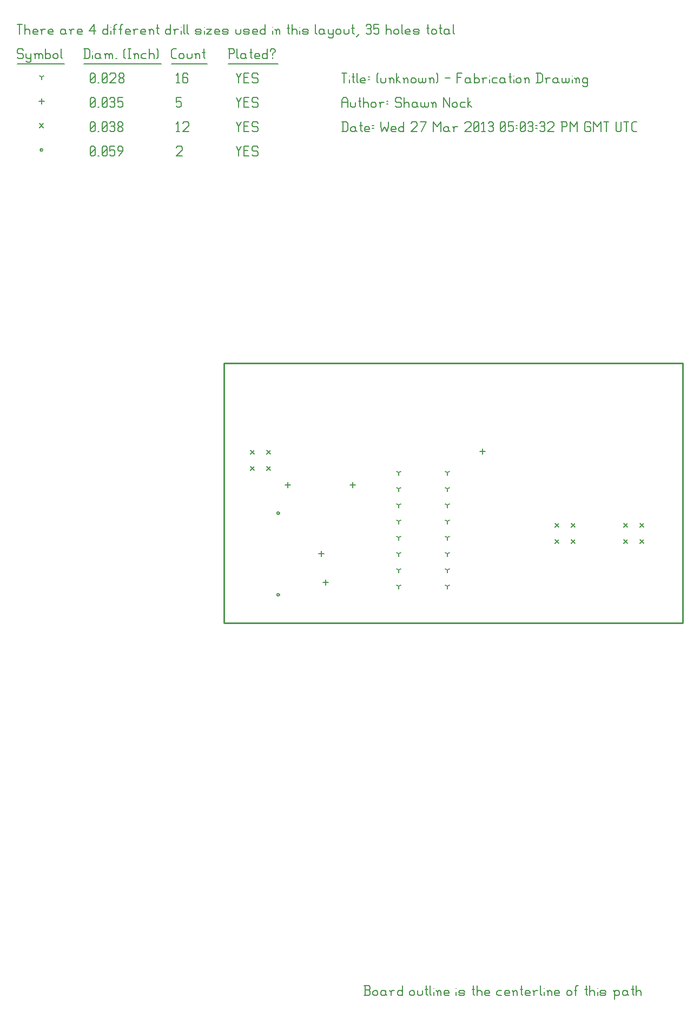
<source format=gbr>
G04 start of page 12 for group -3984 idx -3984 *
G04 Title: (unknown), fab *
G04 Creator: pcb 1.99z *
G04 CreationDate: Wed 27 Mar 2013 05:03:32 PM GMT UTC *
G04 For: nock *
G04 Format: Gerber/RS-274X *
G04 PCB-Dimensions (mil): 6000.00 5000.00 *
G04 PCB-Coordinate-Origin: lower left *
%MOIN*%
%FSLAX25Y25*%
%LNFAB*%
%ADD57C,0.0100*%
%ADD56C,0.0075*%
%ADD55C,0.0060*%
%ADD54R,0.0080X0.0080*%
G54D54*X160000Y287500D02*G75*G03X161600Y287500I800J0D01*G01*
G75*G03X160000Y287500I-800J0D01*G01*
Y237300D02*G75*G03X161600Y237300I800J0D01*G01*
G75*G03X160000Y237300I-800J0D01*G01*
X14200Y511250D02*G75*G03X15800Y511250I800J0D01*G01*
G75*G03X14200Y511250I-800J0D01*G01*
G54D55*X135000Y513500D02*X136500Y510500D01*
X138000Y513500D01*
X136500Y510500D02*Y507500D01*
X139800Y510800D02*X142050D01*
X139800Y507500D02*X142800D01*
X139800Y513500D02*Y507500D01*
Y513500D02*X142800D01*
X147600D02*X148350Y512750D01*
X145350Y513500D02*X147600D01*
X144600Y512750D02*X145350Y513500D01*
X144600Y512750D02*Y511250D01*
X145350Y510500D01*
X147600D01*
X148350Y509750D01*
Y508250D01*
X147600Y507500D02*X148350Y508250D01*
X145350Y507500D02*X147600D01*
X144600Y508250D02*X145350Y507500D01*
X98000Y512750D02*X98750Y513500D01*
X101000D01*
X101750Y512750D01*
Y511250D01*
X98000Y507500D02*X101750Y511250D01*
X98000Y507500D02*X101750D01*
X45000Y508250D02*X45750Y507500D01*
X45000Y512750D02*Y508250D01*
Y512750D02*X45750Y513500D01*
X47250D01*
X48000Y512750D01*
Y508250D01*
X47250Y507500D02*X48000Y508250D01*
X45750Y507500D02*X47250D01*
X45000Y509000D02*X48000Y512000D01*
X49800Y507500D02*X50550D01*
X52350Y508250D02*X53100Y507500D01*
X52350Y512750D02*Y508250D01*
Y512750D02*X53100Y513500D01*
X54600D01*
X55350Y512750D01*
Y508250D01*
X54600Y507500D02*X55350Y508250D01*
X53100Y507500D02*X54600D01*
X52350Y509000D02*X55350Y512000D01*
X57150Y513500D02*X60150D01*
X57150D02*Y510500D01*
X57900Y511250D01*
X59400D01*
X60150Y510500D01*
Y508250D01*
X59400Y507500D02*X60150Y508250D01*
X57900Y507500D02*X59400D01*
X57150Y508250D02*X57900Y507500D01*
X62700D02*X64950Y510500D01*
Y512750D02*Y510500D01*
X64200Y513500D02*X64950Y512750D01*
X62700Y513500D02*X64200D01*
X61950Y512750D02*X62700Y513500D01*
X61950Y512750D02*Y511250D01*
X62700Y510500D01*
X64950D01*
X153800Y326200D02*X156200Y323800D01*
X153800D02*X156200Y326200D01*
X143800D02*X146200Y323800D01*
X143800D02*X146200Y326200D01*
X143800Y316200D02*X146200Y313800D01*
X143800D02*X146200Y316200D01*
X153800D02*X156200Y313800D01*
X153800D02*X156200Y316200D01*
X331300Y281200D02*X333700Y278800D01*
X331300D02*X333700Y281200D01*
X331300Y271200D02*X333700Y268800D01*
X331300D02*X333700Y271200D01*
X341300D02*X343700Y268800D01*
X341300D02*X343700Y271200D01*
X341300Y281200D02*X343700Y278800D01*
X341300D02*X343700Y281200D01*
X383800Y271200D02*X386200Y268800D01*
X383800D02*X386200Y271200D01*
X383800Y281200D02*X386200Y278800D01*
X383800D02*X386200Y281200D01*
X373800D02*X376200Y278800D01*
X373800D02*X376200Y281200D01*
X373800Y271200D02*X376200Y268800D01*
X373800D02*X376200Y271200D01*
X13800Y527450D02*X16200Y525050D01*
X13800D02*X16200Y527450D01*
X135000Y528500D02*X136500Y525500D01*
X138000Y528500D01*
X136500Y525500D02*Y522500D01*
X139800Y525800D02*X142050D01*
X139800Y522500D02*X142800D01*
X139800Y528500D02*Y522500D01*
Y528500D02*X142800D01*
X147600D02*X148350Y527750D01*
X145350Y528500D02*X147600D01*
X144600Y527750D02*X145350Y528500D01*
X144600Y527750D02*Y526250D01*
X145350Y525500D01*
X147600D01*
X148350Y524750D01*
Y523250D01*
X147600Y522500D02*X148350Y523250D01*
X145350Y522500D02*X147600D01*
X144600Y523250D02*X145350Y522500D01*
X98000Y527300D02*X99200Y528500D01*
Y522500D01*
X98000D02*X100250D01*
X102050Y527750D02*X102800Y528500D01*
X105050D01*
X105800Y527750D01*
Y526250D01*
X102050Y522500D02*X105800Y526250D01*
X102050Y522500D02*X105800D01*
X45000Y523250D02*X45750Y522500D01*
X45000Y527750D02*Y523250D01*
Y527750D02*X45750Y528500D01*
X47250D01*
X48000Y527750D01*
Y523250D01*
X47250Y522500D02*X48000Y523250D01*
X45750Y522500D02*X47250D01*
X45000Y524000D02*X48000Y527000D01*
X49800Y522500D02*X50550D01*
X52350Y523250D02*X53100Y522500D01*
X52350Y527750D02*Y523250D01*
Y527750D02*X53100Y528500D01*
X54600D01*
X55350Y527750D01*
Y523250D01*
X54600Y522500D02*X55350Y523250D01*
X53100Y522500D02*X54600D01*
X52350Y524000D02*X55350Y527000D01*
X57150Y527750D02*X57900Y528500D01*
X59400D01*
X60150Y527750D01*
X59400Y522500D02*X60150Y523250D01*
X57900Y522500D02*X59400D01*
X57150Y523250D02*X57900Y522500D01*
Y525800D02*X59400D01*
X60150Y527750D02*Y526550D01*
Y525050D02*Y523250D01*
Y525050D02*X59400Y525800D01*
X60150Y526550D02*X59400Y525800D01*
X61950Y523250D02*X62700Y522500D01*
X61950Y524450D02*Y523250D01*
Y524450D02*X63000Y525500D01*
X63900D01*
X64950Y524450D01*
Y523250D01*
X64200Y522500D02*X64950Y523250D01*
X62700Y522500D02*X64200D01*
X61950Y526550D02*X63000Y525500D01*
X61950Y527750D02*Y526550D01*
Y527750D02*X62700Y528500D01*
X64200D01*
X64950Y527750D01*
Y526550D01*
X63900Y525500D02*X64950Y526550D01*
X190000Y246600D02*Y243400D01*
X188400Y245000D02*X191600D01*
X187500Y264100D02*Y260900D01*
X185900Y262500D02*X189100D01*
X206810Y306600D02*Y303400D01*
X205210Y305000D02*X208410D01*
X166810Y306600D02*Y303400D01*
X165210Y305000D02*X168410D01*
X286810Y327290D02*Y324090D01*
X285210Y325690D02*X288410D01*
X15000Y542850D02*Y539650D01*
X13400Y541250D02*X16600D01*
X135000Y543500D02*X136500Y540500D01*
X138000Y543500D01*
X136500Y540500D02*Y537500D01*
X139800Y540800D02*X142050D01*
X139800Y537500D02*X142800D01*
X139800Y543500D02*Y537500D01*
Y543500D02*X142800D01*
X147600D02*X148350Y542750D01*
X145350Y543500D02*X147600D01*
X144600Y542750D02*X145350Y543500D01*
X144600Y542750D02*Y541250D01*
X145350Y540500D01*
X147600D01*
X148350Y539750D01*
Y538250D01*
X147600Y537500D02*X148350Y538250D01*
X145350Y537500D02*X147600D01*
X144600Y538250D02*X145350Y537500D01*
X98000Y543500D02*X101000D01*
X98000D02*Y540500D01*
X98750Y541250D01*
X100250D01*
X101000Y540500D01*
Y538250D01*
X100250Y537500D02*X101000Y538250D01*
X98750Y537500D02*X100250D01*
X98000Y538250D02*X98750Y537500D01*
X45000Y538250D02*X45750Y537500D01*
X45000Y542750D02*Y538250D01*
Y542750D02*X45750Y543500D01*
X47250D01*
X48000Y542750D01*
Y538250D01*
X47250Y537500D02*X48000Y538250D01*
X45750Y537500D02*X47250D01*
X45000Y539000D02*X48000Y542000D01*
X49800Y537500D02*X50550D01*
X52350Y538250D02*X53100Y537500D01*
X52350Y542750D02*Y538250D01*
Y542750D02*X53100Y543500D01*
X54600D01*
X55350Y542750D01*
Y538250D01*
X54600Y537500D02*X55350Y538250D01*
X53100Y537500D02*X54600D01*
X52350Y539000D02*X55350Y542000D01*
X57150Y542750D02*X57900Y543500D01*
X59400D01*
X60150Y542750D01*
X59400Y537500D02*X60150Y538250D01*
X57900Y537500D02*X59400D01*
X57150Y538250D02*X57900Y537500D01*
Y540800D02*X59400D01*
X60150Y542750D02*Y541550D01*
Y540050D02*Y538250D01*
Y540050D02*X59400Y540800D01*
X60150Y541550D02*X59400Y540800D01*
X61950Y543500D02*X64950D01*
X61950D02*Y540500D01*
X62700Y541250D01*
X64200D01*
X64950Y540500D01*
Y538250D01*
X64200Y537500D02*X64950Y538250D01*
X62700Y537500D02*X64200D01*
X61950Y538250D02*X62700Y537500D01*
X265000Y242500D02*Y240900D01*
Y242500D02*X266387Y243300D01*
X265000Y242500D02*X263613Y243300D01*
X265000Y252500D02*Y250900D01*
Y252500D02*X266387Y253300D01*
X265000Y252500D02*X263613Y253300D01*
X265000Y262500D02*Y260900D01*
Y262500D02*X266387Y263300D01*
X265000Y262500D02*X263613Y263300D01*
X265000Y272500D02*Y270900D01*
Y272500D02*X266387Y273300D01*
X265000Y272500D02*X263613Y273300D01*
X265000Y282500D02*Y280900D01*
Y282500D02*X266387Y283300D01*
X265000Y282500D02*X263613Y283300D01*
X265000Y292500D02*Y290900D01*
Y292500D02*X266387Y293300D01*
X265000Y292500D02*X263613Y293300D01*
X265000Y302500D02*Y300900D01*
Y302500D02*X266387Y303300D01*
X265000Y302500D02*X263613Y303300D01*
X265000Y312500D02*Y310900D01*
Y312500D02*X266387Y313300D01*
X265000Y312500D02*X263613Y313300D01*
X235000Y312500D02*Y310900D01*
Y312500D02*X236387Y313300D01*
X235000Y312500D02*X233613Y313300D01*
X235000Y302500D02*Y300900D01*
Y302500D02*X236387Y303300D01*
X235000Y302500D02*X233613Y303300D01*
X235000Y292500D02*Y290900D01*
Y292500D02*X236387Y293300D01*
X235000Y292500D02*X233613Y293300D01*
X235000Y282500D02*Y280900D01*
Y282500D02*X236387Y283300D01*
X235000Y282500D02*X233613Y283300D01*
X235000Y272500D02*Y270900D01*
Y272500D02*X236387Y273300D01*
X235000Y272500D02*X233613Y273300D01*
X235000Y262500D02*Y260900D01*
Y262500D02*X236387Y263300D01*
X235000Y262500D02*X233613Y263300D01*
X235000Y252500D02*Y250900D01*
Y252500D02*X236387Y253300D01*
X235000Y252500D02*X233613Y253300D01*
X235000Y242500D02*Y240900D01*
Y242500D02*X236387Y243300D01*
X235000Y242500D02*X233613Y243300D01*
X15000Y556250D02*Y554650D01*
Y556250D02*X16387Y557050D01*
X15000Y556250D02*X13613Y557050D01*
X135000Y558500D02*X136500Y555500D01*
X138000Y558500D01*
X136500Y555500D02*Y552500D01*
X139800Y555800D02*X142050D01*
X139800Y552500D02*X142800D01*
X139800Y558500D02*Y552500D01*
Y558500D02*X142800D01*
X147600D02*X148350Y557750D01*
X145350Y558500D02*X147600D01*
X144600Y557750D02*X145350Y558500D01*
X144600Y557750D02*Y556250D01*
X145350Y555500D01*
X147600D01*
X148350Y554750D01*
Y553250D01*
X147600Y552500D02*X148350Y553250D01*
X145350Y552500D02*X147600D01*
X144600Y553250D02*X145350Y552500D01*
X98000Y557300D02*X99200Y558500D01*
Y552500D01*
X98000D02*X100250D01*
X104300Y558500D02*X105050Y557750D01*
X102800Y558500D02*X104300D01*
X102050Y557750D02*X102800Y558500D01*
X102050Y557750D02*Y553250D01*
X102800Y552500D01*
X104300Y555800D02*X105050Y555050D01*
X102050Y555800D02*X104300D01*
X102800Y552500D02*X104300D01*
X105050Y553250D01*
Y555050D02*Y553250D01*
X45000D02*X45750Y552500D01*
X45000Y557750D02*Y553250D01*
Y557750D02*X45750Y558500D01*
X47250D01*
X48000Y557750D01*
Y553250D01*
X47250Y552500D02*X48000Y553250D01*
X45750Y552500D02*X47250D01*
X45000Y554000D02*X48000Y557000D01*
X49800Y552500D02*X50550D01*
X52350Y553250D02*X53100Y552500D01*
X52350Y557750D02*Y553250D01*
Y557750D02*X53100Y558500D01*
X54600D01*
X55350Y557750D01*
Y553250D01*
X54600Y552500D02*X55350Y553250D01*
X53100Y552500D02*X54600D01*
X52350Y554000D02*X55350Y557000D01*
X57150Y557750D02*X57900Y558500D01*
X60150D01*
X60900Y557750D01*
Y556250D01*
X57150Y552500D02*X60900Y556250D01*
X57150Y552500D02*X60900D01*
X62700Y553250D02*X63450Y552500D01*
X62700Y554450D02*Y553250D01*
Y554450D02*X63750Y555500D01*
X64650D01*
X65700Y554450D01*
Y553250D01*
X64950Y552500D02*X65700Y553250D01*
X63450Y552500D02*X64950D01*
X62700Y556550D02*X63750Y555500D01*
X62700Y557750D02*Y556550D01*
Y557750D02*X63450Y558500D01*
X64950D01*
X65700Y557750D01*
Y556550D01*
X64650Y555500D02*X65700Y556550D01*
X3000Y573500D02*X3750Y572750D01*
X750Y573500D02*X3000D01*
X0Y572750D02*X750Y573500D01*
X0Y572750D02*Y571250D01*
X750Y570500D01*
X3000D01*
X3750Y569750D01*
Y568250D01*
X3000Y567500D02*X3750Y568250D01*
X750Y567500D02*X3000D01*
X0Y568250D02*X750Y567500D01*
X5550Y570500D02*Y568250D01*
X6300Y567500D01*
X8550Y570500D02*Y566000D01*
X7800Y565250D02*X8550Y566000D01*
X6300Y565250D02*X7800D01*
X5550Y566000D02*X6300Y565250D01*
Y567500D02*X7800D01*
X8550Y568250D01*
X11100Y569750D02*Y567500D01*
Y569750D02*X11850Y570500D01*
X12600D01*
X13350Y569750D01*
Y567500D01*
Y569750D02*X14100Y570500D01*
X14850D01*
X15600Y569750D01*
Y567500D01*
X10350Y570500D02*X11100Y569750D01*
X17400Y573500D02*Y567500D01*
Y568250D02*X18150Y567500D01*
X19650D01*
X20400Y568250D01*
Y569750D02*Y568250D01*
X19650Y570500D02*X20400Y569750D01*
X18150Y570500D02*X19650D01*
X17400Y569750D02*X18150Y570500D01*
X22200Y569750D02*Y568250D01*
Y569750D02*X22950Y570500D01*
X24450D01*
X25200Y569750D01*
Y568250D01*
X24450Y567500D02*X25200Y568250D01*
X22950Y567500D02*X24450D01*
X22200Y568250D02*X22950Y567500D01*
X27000Y573500D02*Y568250D01*
X27750Y567500D01*
X0Y564250D02*X29250D01*
X41750Y573500D02*Y567500D01*
X43700Y573500D02*X44750Y572450D01*
Y568550D01*
X43700Y567500D02*X44750Y568550D01*
X41000Y567500D02*X43700D01*
X41000Y573500D02*X43700D01*
G54D56*X46550Y572000D02*Y571850D01*
G54D55*Y569750D02*Y567500D01*
X50300Y570500D02*X51050Y569750D01*
X48800Y570500D02*X50300D01*
X48050Y569750D02*X48800Y570500D01*
X48050Y569750D02*Y568250D01*
X48800Y567500D01*
X51050Y570500D02*Y568250D01*
X51800Y567500D01*
X48800D02*X50300D01*
X51050Y568250D01*
X54350Y569750D02*Y567500D01*
Y569750D02*X55100Y570500D01*
X55850D01*
X56600Y569750D01*
Y567500D01*
Y569750D02*X57350Y570500D01*
X58100D01*
X58850Y569750D01*
Y567500D01*
X53600Y570500D02*X54350Y569750D01*
X60650Y567500D02*X61400D01*
X65900Y568250D02*X66650Y567500D01*
X65900Y572750D02*X66650Y573500D01*
X65900Y572750D02*Y568250D01*
X68450Y573500D02*X69950D01*
X69200D02*Y567500D01*
X68450D02*X69950D01*
X72500Y569750D02*Y567500D01*
Y569750D02*X73250Y570500D01*
X74000D01*
X74750Y569750D01*
Y567500D01*
X71750Y570500D02*X72500Y569750D01*
X77300Y570500D02*X79550D01*
X76550Y569750D02*X77300Y570500D01*
X76550Y569750D02*Y568250D01*
X77300Y567500D01*
X79550D01*
X81350Y573500D02*Y567500D01*
Y569750D02*X82100Y570500D01*
X83600D01*
X84350Y569750D01*
Y567500D01*
X86150Y573500D02*X86900Y572750D01*
Y568250D01*
X86150Y567500D02*X86900Y568250D01*
X41000Y564250D02*X88700D01*
X96050Y567500D02*X98000D01*
X95000Y568550D02*X96050Y567500D01*
X95000Y572450D02*Y568550D01*
Y572450D02*X96050Y573500D01*
X98000D01*
X99800Y569750D02*Y568250D01*
Y569750D02*X100550Y570500D01*
X102050D01*
X102800Y569750D01*
Y568250D01*
X102050Y567500D02*X102800Y568250D01*
X100550Y567500D02*X102050D01*
X99800Y568250D02*X100550Y567500D01*
X104600Y570500D02*Y568250D01*
X105350Y567500D01*
X106850D01*
X107600Y568250D01*
Y570500D02*Y568250D01*
X110150Y569750D02*Y567500D01*
Y569750D02*X110900Y570500D01*
X111650D01*
X112400Y569750D01*
Y567500D01*
X109400Y570500D02*X110150Y569750D01*
X114950Y573500D02*Y568250D01*
X115700Y567500D01*
X114200Y571250D02*X115700D01*
X95000Y564250D02*X117200D01*
X130750Y573500D02*Y567500D01*
X130000Y573500D02*X133000D01*
X133750Y572750D01*
Y571250D01*
X133000Y570500D02*X133750Y571250D01*
X130750Y570500D02*X133000D01*
X135550Y573500D02*Y568250D01*
X136300Y567500D01*
X140050Y570500D02*X140800Y569750D01*
X138550Y570500D02*X140050D01*
X137800Y569750D02*X138550Y570500D01*
X137800Y569750D02*Y568250D01*
X138550Y567500D01*
X140800Y570500D02*Y568250D01*
X141550Y567500D01*
X138550D02*X140050D01*
X140800Y568250D01*
X144100Y573500D02*Y568250D01*
X144850Y567500D01*
X143350Y571250D02*X144850D01*
X147100Y567500D02*X149350D01*
X146350Y568250D02*X147100Y567500D01*
X146350Y569750D02*Y568250D01*
Y569750D02*X147100Y570500D01*
X148600D01*
X149350Y569750D01*
X146350Y569000D02*X149350D01*
Y569750D02*Y569000D01*
X154150Y573500D02*Y567500D01*
X153400D02*X154150Y568250D01*
X151900Y567500D02*X153400D01*
X151150Y568250D02*X151900Y567500D01*
X151150Y569750D02*Y568250D01*
Y569750D02*X151900Y570500D01*
X153400D01*
X154150Y569750D01*
X157450Y570500D02*Y569750D01*
Y568250D02*Y567500D01*
X155950Y572750D02*Y572000D01*
Y572750D02*X156700Y573500D01*
X158200D01*
X158950Y572750D01*
Y572000D01*
X157450Y570500D02*X158950Y572000D01*
X130000Y564250D02*X160750D01*
X0Y588500D02*X3000D01*
X1500D02*Y582500D01*
X4800Y588500D02*Y582500D01*
Y584750D02*X5550Y585500D01*
X7050D01*
X7800Y584750D01*
Y582500D01*
X10350D02*X12600D01*
X9600Y583250D02*X10350Y582500D01*
X9600Y584750D02*Y583250D01*
Y584750D02*X10350Y585500D01*
X11850D01*
X12600Y584750D01*
X9600Y584000D02*X12600D01*
Y584750D02*Y584000D01*
X15150Y584750D02*Y582500D01*
Y584750D02*X15900Y585500D01*
X17400D01*
X14400D02*X15150Y584750D01*
X19950Y582500D02*X22200D01*
X19200Y583250D02*X19950Y582500D01*
X19200Y584750D02*Y583250D01*
Y584750D02*X19950Y585500D01*
X21450D01*
X22200Y584750D01*
X19200Y584000D02*X22200D01*
Y584750D02*Y584000D01*
X28950Y585500D02*X29700Y584750D01*
X27450Y585500D02*X28950D01*
X26700Y584750D02*X27450Y585500D01*
X26700Y584750D02*Y583250D01*
X27450Y582500D01*
X29700Y585500D02*Y583250D01*
X30450Y582500D01*
X27450D02*X28950D01*
X29700Y583250D01*
X33000Y584750D02*Y582500D01*
Y584750D02*X33750Y585500D01*
X35250D01*
X32250D02*X33000Y584750D01*
X37800Y582500D02*X40050D01*
X37050Y583250D02*X37800Y582500D01*
X37050Y584750D02*Y583250D01*
Y584750D02*X37800Y585500D01*
X39300D01*
X40050Y584750D01*
X37050Y584000D02*X40050D01*
Y584750D02*Y584000D01*
X44550Y584750D02*X47550Y588500D01*
X44550Y584750D02*X48300D01*
X47550Y588500D02*Y582500D01*
X55800Y588500D02*Y582500D01*
X55050D02*X55800Y583250D01*
X53550Y582500D02*X55050D01*
X52800Y583250D02*X53550Y582500D01*
X52800Y584750D02*Y583250D01*
Y584750D02*X53550Y585500D01*
X55050D01*
X55800Y584750D01*
G54D56*X57600Y587000D02*Y586850D01*
G54D55*Y584750D02*Y582500D01*
X59850Y587750D02*Y582500D01*
Y587750D02*X60600Y588500D01*
X61350D01*
X59100Y585500D02*X60600D01*
X63600Y587750D02*Y582500D01*
Y587750D02*X64350Y588500D01*
X65100D01*
X62850Y585500D02*X64350D01*
X67350Y582500D02*X69600D01*
X66600Y583250D02*X67350Y582500D01*
X66600Y584750D02*Y583250D01*
Y584750D02*X67350Y585500D01*
X68850D01*
X69600Y584750D01*
X66600Y584000D02*X69600D01*
Y584750D02*Y584000D01*
X72150Y584750D02*Y582500D01*
Y584750D02*X72900Y585500D01*
X74400D01*
X71400D02*X72150Y584750D01*
X76950Y582500D02*X79200D01*
X76200Y583250D02*X76950Y582500D01*
X76200Y584750D02*Y583250D01*
Y584750D02*X76950Y585500D01*
X78450D01*
X79200Y584750D01*
X76200Y584000D02*X79200D01*
Y584750D02*Y584000D01*
X81750Y584750D02*Y582500D01*
Y584750D02*X82500Y585500D01*
X83250D01*
X84000Y584750D01*
Y582500D01*
X81000Y585500D02*X81750Y584750D01*
X86550Y588500D02*Y583250D01*
X87300Y582500D01*
X85800Y586250D02*X87300D01*
X94500Y588500D02*Y582500D01*
X93750D02*X94500Y583250D01*
X92250Y582500D02*X93750D01*
X91500Y583250D02*X92250Y582500D01*
X91500Y584750D02*Y583250D01*
Y584750D02*X92250Y585500D01*
X93750D01*
X94500Y584750D01*
X97050D02*Y582500D01*
Y584750D02*X97800Y585500D01*
X99300D01*
X96300D02*X97050Y584750D01*
G54D56*X101100Y587000D02*Y586850D01*
G54D55*Y584750D02*Y582500D01*
X102600Y588500D02*Y583250D01*
X103350Y582500D01*
X104850Y588500D02*Y583250D01*
X105600Y582500D01*
X110550D02*X112800D01*
X113550Y583250D01*
X112800Y584000D02*X113550Y583250D01*
X110550Y584000D02*X112800D01*
X109800Y584750D02*X110550Y584000D01*
X109800Y584750D02*X110550Y585500D01*
X112800D01*
X113550Y584750D01*
X109800Y583250D02*X110550Y582500D01*
G54D56*X115350Y587000D02*Y586850D01*
G54D55*Y584750D02*Y582500D01*
X116850Y585500D02*X119850D01*
X116850Y582500D02*X119850Y585500D01*
X116850Y582500D02*X119850D01*
X122400D02*X124650D01*
X121650Y583250D02*X122400Y582500D01*
X121650Y584750D02*Y583250D01*
Y584750D02*X122400Y585500D01*
X123900D01*
X124650Y584750D01*
X121650Y584000D02*X124650D01*
Y584750D02*Y584000D01*
X127200Y582500D02*X129450D01*
X130200Y583250D01*
X129450Y584000D02*X130200Y583250D01*
X127200Y584000D02*X129450D01*
X126450Y584750D02*X127200Y584000D01*
X126450Y584750D02*X127200Y585500D01*
X129450D01*
X130200Y584750D01*
X126450Y583250D02*X127200Y582500D01*
X134700Y585500D02*Y583250D01*
X135450Y582500D01*
X136950D01*
X137700Y583250D01*
Y585500D02*Y583250D01*
X140250Y582500D02*X142500D01*
X143250Y583250D01*
X142500Y584000D02*X143250Y583250D01*
X140250Y584000D02*X142500D01*
X139500Y584750D02*X140250Y584000D01*
X139500Y584750D02*X140250Y585500D01*
X142500D01*
X143250Y584750D01*
X139500Y583250D02*X140250Y582500D01*
X145800D02*X148050D01*
X145050Y583250D02*X145800Y582500D01*
X145050Y584750D02*Y583250D01*
Y584750D02*X145800Y585500D01*
X147300D01*
X148050Y584750D01*
X145050Y584000D02*X148050D01*
Y584750D02*Y584000D01*
X152850Y588500D02*Y582500D01*
X152100D02*X152850Y583250D01*
X150600Y582500D02*X152100D01*
X149850Y583250D02*X150600Y582500D01*
X149850Y584750D02*Y583250D01*
Y584750D02*X150600Y585500D01*
X152100D01*
X152850Y584750D01*
G54D56*X157350Y587000D02*Y586850D01*
G54D55*Y584750D02*Y582500D01*
X159600Y584750D02*Y582500D01*
Y584750D02*X160350Y585500D01*
X161100D01*
X161850Y584750D01*
Y582500D01*
X158850Y585500D02*X159600Y584750D01*
X167100Y588500D02*Y583250D01*
X167850Y582500D01*
X166350Y586250D02*X167850D01*
X169350Y588500D02*Y582500D01*
Y584750D02*X170100Y585500D01*
X171600D01*
X172350Y584750D01*
Y582500D01*
G54D56*X174150Y587000D02*Y586850D01*
G54D55*Y584750D02*Y582500D01*
X176400D02*X178650D01*
X179400Y583250D01*
X178650Y584000D02*X179400Y583250D01*
X176400Y584000D02*X178650D01*
X175650Y584750D02*X176400Y584000D01*
X175650Y584750D02*X176400Y585500D01*
X178650D01*
X179400Y584750D01*
X175650Y583250D02*X176400Y582500D01*
X183900Y588500D02*Y583250D01*
X184650Y582500D01*
X188400Y585500D02*X189150Y584750D01*
X186900Y585500D02*X188400D01*
X186150Y584750D02*X186900Y585500D01*
X186150Y584750D02*Y583250D01*
X186900Y582500D01*
X189150Y585500D02*Y583250D01*
X189900Y582500D01*
X186900D02*X188400D01*
X189150Y583250D01*
X191700Y585500D02*Y583250D01*
X192450Y582500D01*
X194700Y585500D02*Y581000D01*
X193950Y580250D02*X194700Y581000D01*
X192450Y580250D02*X193950D01*
X191700Y581000D02*X192450Y580250D01*
Y582500D02*X193950D01*
X194700Y583250D01*
X196500Y584750D02*Y583250D01*
Y584750D02*X197250Y585500D01*
X198750D01*
X199500Y584750D01*
Y583250D01*
X198750Y582500D02*X199500Y583250D01*
X197250Y582500D02*X198750D01*
X196500Y583250D02*X197250Y582500D01*
X201300Y585500D02*Y583250D01*
X202050Y582500D01*
X203550D01*
X204300Y583250D01*
Y585500D02*Y583250D01*
X206850Y588500D02*Y583250D01*
X207600Y582500D01*
X206100Y586250D02*X207600D01*
X209100Y581000D02*X210600Y582500D01*
X215100Y587750D02*X215850Y588500D01*
X217350D01*
X218100Y587750D01*
X217350Y582500D02*X218100Y583250D01*
X215850Y582500D02*X217350D01*
X215100Y583250D02*X215850Y582500D01*
Y585800D02*X217350D01*
X218100Y587750D02*Y586550D01*
Y585050D02*Y583250D01*
Y585050D02*X217350Y585800D01*
X218100Y586550D02*X217350Y585800D01*
X219900Y588500D02*X222900D01*
X219900D02*Y585500D01*
X220650Y586250D01*
X222150D01*
X222900Y585500D01*
Y583250D01*
X222150Y582500D02*X222900Y583250D01*
X220650Y582500D02*X222150D01*
X219900Y583250D02*X220650Y582500D01*
X227400Y588500D02*Y582500D01*
Y584750D02*X228150Y585500D01*
X229650D01*
X230400Y584750D01*
Y582500D01*
X232200Y584750D02*Y583250D01*
Y584750D02*X232950Y585500D01*
X234450D01*
X235200Y584750D01*
Y583250D01*
X234450Y582500D02*X235200Y583250D01*
X232950Y582500D02*X234450D01*
X232200Y583250D02*X232950Y582500D01*
X237000Y588500D02*Y583250D01*
X237750Y582500D01*
X240000D02*X242250D01*
X239250Y583250D02*X240000Y582500D01*
X239250Y584750D02*Y583250D01*
Y584750D02*X240000Y585500D01*
X241500D01*
X242250Y584750D01*
X239250Y584000D02*X242250D01*
Y584750D02*Y584000D01*
X244800Y582500D02*X247050D01*
X247800Y583250D01*
X247050Y584000D02*X247800Y583250D01*
X244800Y584000D02*X247050D01*
X244050Y584750D02*X244800Y584000D01*
X244050Y584750D02*X244800Y585500D01*
X247050D01*
X247800Y584750D01*
X244050Y583250D02*X244800Y582500D01*
X253050Y588500D02*Y583250D01*
X253800Y582500D01*
X252300Y586250D02*X253800D01*
X255300Y584750D02*Y583250D01*
Y584750D02*X256050Y585500D01*
X257550D01*
X258300Y584750D01*
Y583250D01*
X257550Y582500D02*X258300Y583250D01*
X256050Y582500D02*X257550D01*
X255300Y583250D02*X256050Y582500D01*
X260850Y588500D02*Y583250D01*
X261600Y582500D01*
X260100Y586250D02*X261600D01*
X265350Y585500D02*X266100Y584750D01*
X263850Y585500D02*X265350D01*
X263100Y584750D02*X263850Y585500D01*
X263100Y584750D02*Y583250D01*
X263850Y582500D01*
X266100Y585500D02*Y583250D01*
X266850Y582500D01*
X263850D02*X265350D01*
X266100Y583250D01*
X268650Y588500D02*Y583250D01*
X269400Y582500D01*
G54D57*X410000Y220000D02*Y380000D01*
X127500D02*Y220000D01*
X410000Y380000D02*X127500D01*
Y220000D02*X410000D01*
G54D55*X213675Y-9500D02*X216675D01*
X217425Y-8750D01*
Y-6950D02*Y-8750D01*
X216675Y-6200D02*X217425Y-6950D01*
X214425Y-6200D02*X216675D01*
X214425Y-3500D02*Y-9500D01*
X213675Y-3500D02*X216675D01*
X217425Y-4250D01*
Y-5450D01*
X216675Y-6200D02*X217425Y-5450D01*
X219225Y-7250D02*Y-8750D01*
Y-7250D02*X219975Y-6500D01*
X221475D01*
X222225Y-7250D01*
Y-8750D01*
X221475Y-9500D02*X222225Y-8750D01*
X219975Y-9500D02*X221475D01*
X219225Y-8750D02*X219975Y-9500D01*
X226275Y-6500D02*X227025Y-7250D01*
X224775Y-6500D02*X226275D01*
X224025Y-7250D02*X224775Y-6500D01*
X224025Y-7250D02*Y-8750D01*
X224775Y-9500D01*
X227025Y-6500D02*Y-8750D01*
X227775Y-9500D01*
X224775D02*X226275D01*
X227025Y-8750D01*
X230325Y-7250D02*Y-9500D01*
Y-7250D02*X231075Y-6500D01*
X232575D01*
X229575D02*X230325Y-7250D01*
X237375Y-3500D02*Y-9500D01*
X236625D02*X237375Y-8750D01*
X235125Y-9500D02*X236625D01*
X234375Y-8750D02*X235125Y-9500D01*
X234375Y-7250D02*Y-8750D01*
Y-7250D02*X235125Y-6500D01*
X236625D01*
X237375Y-7250D01*
X241875D02*Y-8750D01*
Y-7250D02*X242625Y-6500D01*
X244125D01*
X244875Y-7250D01*
Y-8750D01*
X244125Y-9500D02*X244875Y-8750D01*
X242625Y-9500D02*X244125D01*
X241875Y-8750D02*X242625Y-9500D01*
X246675Y-6500D02*Y-8750D01*
X247425Y-9500D01*
X248925D01*
X249675Y-8750D01*
Y-6500D02*Y-8750D01*
X252225Y-3500D02*Y-8750D01*
X252975Y-9500D01*
X251475Y-5750D02*X252975D01*
X254475Y-3500D02*Y-8750D01*
X255225Y-9500D01*
G54D56*X256725Y-5000D02*Y-5150D01*
G54D55*Y-7250D02*Y-9500D01*
X258975Y-7250D02*Y-9500D01*
Y-7250D02*X259725Y-6500D01*
X260475D01*
X261225Y-7250D01*
Y-9500D01*
X258225Y-6500D02*X258975Y-7250D01*
X263775Y-9500D02*X266025D01*
X263025Y-8750D02*X263775Y-9500D01*
X263025Y-7250D02*Y-8750D01*
Y-7250D02*X263775Y-6500D01*
X265275D01*
X266025Y-7250D01*
X263025Y-8000D02*X266025D01*
Y-7250D02*Y-8000D01*
G54D56*X270525Y-5000D02*Y-5150D01*
G54D55*Y-7250D02*Y-9500D01*
X272775D02*X275025D01*
X275775Y-8750D01*
X275025Y-8000D02*X275775Y-8750D01*
X272775Y-8000D02*X275025D01*
X272025Y-7250D02*X272775Y-8000D01*
X272025Y-7250D02*X272775Y-6500D01*
X275025D01*
X275775Y-7250D01*
X272025Y-8750D02*X272775Y-9500D01*
X281025Y-3500D02*Y-8750D01*
X281775Y-9500D01*
X280275Y-5750D02*X281775D01*
X283275Y-3500D02*Y-9500D01*
Y-7250D02*X284025Y-6500D01*
X285525D01*
X286275Y-7250D01*
Y-9500D01*
X288825D02*X291075D01*
X288075Y-8750D02*X288825Y-9500D01*
X288075Y-7250D02*Y-8750D01*
Y-7250D02*X288825Y-6500D01*
X290325D01*
X291075Y-7250D01*
X288075Y-8000D02*X291075D01*
Y-7250D02*Y-8000D01*
X296325Y-6500D02*X298575D01*
X295575Y-7250D02*X296325Y-6500D01*
X295575Y-7250D02*Y-8750D01*
X296325Y-9500D01*
X298575D01*
X301125D02*X303375D01*
X300375Y-8750D02*X301125Y-9500D01*
X300375Y-7250D02*Y-8750D01*
Y-7250D02*X301125Y-6500D01*
X302625D01*
X303375Y-7250D01*
X300375Y-8000D02*X303375D01*
Y-7250D02*Y-8000D01*
X305925Y-7250D02*Y-9500D01*
Y-7250D02*X306675Y-6500D01*
X307425D01*
X308175Y-7250D01*
Y-9500D01*
X305175Y-6500D02*X305925Y-7250D01*
X310725Y-3500D02*Y-8750D01*
X311475Y-9500D01*
X309975Y-5750D02*X311475D01*
X313725Y-9500D02*X315975D01*
X312975Y-8750D02*X313725Y-9500D01*
X312975Y-7250D02*Y-8750D01*
Y-7250D02*X313725Y-6500D01*
X315225D01*
X315975Y-7250D01*
X312975Y-8000D02*X315975D01*
Y-7250D02*Y-8000D01*
X318525Y-7250D02*Y-9500D01*
Y-7250D02*X319275Y-6500D01*
X320775D01*
X317775D02*X318525Y-7250D01*
X322575Y-3500D02*Y-8750D01*
X323325Y-9500D01*
G54D56*X324825Y-5000D02*Y-5150D01*
G54D55*Y-7250D02*Y-9500D01*
X327075Y-7250D02*Y-9500D01*
Y-7250D02*X327825Y-6500D01*
X328575D01*
X329325Y-7250D01*
Y-9500D01*
X326325Y-6500D02*X327075Y-7250D01*
X331875Y-9500D02*X334125D01*
X331125Y-8750D02*X331875Y-9500D01*
X331125Y-7250D02*Y-8750D01*
Y-7250D02*X331875Y-6500D01*
X333375D01*
X334125Y-7250D01*
X331125Y-8000D02*X334125D01*
Y-7250D02*Y-8000D01*
X338625Y-7250D02*Y-8750D01*
Y-7250D02*X339375Y-6500D01*
X340875D01*
X341625Y-7250D01*
Y-8750D01*
X340875Y-9500D02*X341625Y-8750D01*
X339375Y-9500D02*X340875D01*
X338625Y-8750D02*X339375Y-9500D01*
X344175Y-4250D02*Y-9500D01*
Y-4250D02*X344925Y-3500D01*
X345675D01*
X343425Y-6500D02*X344925D01*
X350625Y-3500D02*Y-8750D01*
X351375Y-9500D01*
X349875Y-5750D02*X351375D01*
X352875Y-3500D02*Y-9500D01*
Y-7250D02*X353625Y-6500D01*
X355125D01*
X355875Y-7250D01*
Y-9500D01*
G54D56*X357675Y-5000D02*Y-5150D01*
G54D55*Y-7250D02*Y-9500D01*
X359925D02*X362175D01*
X362925Y-8750D01*
X362175Y-8000D02*X362925Y-8750D01*
X359925Y-8000D02*X362175D01*
X359175Y-7250D02*X359925Y-8000D01*
X359175Y-7250D02*X359925Y-6500D01*
X362175D01*
X362925Y-7250D01*
X359175Y-8750D02*X359925Y-9500D01*
X368175Y-7250D02*Y-11750D01*
X367425Y-6500D02*X368175Y-7250D01*
X368925Y-6500D01*
X370425D01*
X371175Y-7250D01*
Y-8750D01*
X370425Y-9500D02*X371175Y-8750D01*
X368925Y-9500D02*X370425D01*
X368175Y-8750D02*X368925Y-9500D01*
X375225Y-6500D02*X375975Y-7250D01*
X373725Y-6500D02*X375225D01*
X372975Y-7250D02*X373725Y-6500D01*
X372975Y-7250D02*Y-8750D01*
X373725Y-9500D01*
X375975Y-6500D02*Y-8750D01*
X376725Y-9500D01*
X373725D02*X375225D01*
X375975Y-8750D01*
X379275Y-3500D02*Y-8750D01*
X380025Y-9500D01*
X378525Y-5750D02*X380025D01*
X381525Y-3500D02*Y-9500D01*
Y-7250D02*X382275Y-6500D01*
X383775D01*
X384525Y-7250D01*
Y-9500D01*
X200750Y528500D02*Y522500D01*
X202700Y528500D02*X203750Y527450D01*
Y523550D01*
X202700Y522500D02*X203750Y523550D01*
X200000Y522500D02*X202700D01*
X200000Y528500D02*X202700D01*
X207800Y525500D02*X208550Y524750D01*
X206300Y525500D02*X207800D01*
X205550Y524750D02*X206300Y525500D01*
X205550Y524750D02*Y523250D01*
X206300Y522500D01*
X208550Y525500D02*Y523250D01*
X209300Y522500D01*
X206300D02*X207800D01*
X208550Y523250D01*
X211850Y528500D02*Y523250D01*
X212600Y522500D01*
X211100Y526250D02*X212600D01*
X214850Y522500D02*X217100D01*
X214100Y523250D02*X214850Y522500D01*
X214100Y524750D02*Y523250D01*
Y524750D02*X214850Y525500D01*
X216350D01*
X217100Y524750D01*
X214100Y524000D02*X217100D01*
Y524750D02*Y524000D01*
X218900Y526250D02*X219650D01*
X218900Y524750D02*X219650D01*
X224150Y528500D02*Y525500D01*
X224900Y522500D01*
X226400Y525500D01*
X227900Y522500D01*
X228650Y525500D01*
Y528500D02*Y525500D01*
X231200Y522500D02*X233450D01*
X230450Y523250D02*X231200Y522500D01*
X230450Y524750D02*Y523250D01*
Y524750D02*X231200Y525500D01*
X232700D01*
X233450Y524750D01*
X230450Y524000D02*X233450D01*
Y524750D02*Y524000D01*
X238250Y528500D02*Y522500D01*
X237500D02*X238250Y523250D01*
X236000Y522500D02*X237500D01*
X235250Y523250D02*X236000Y522500D01*
X235250Y524750D02*Y523250D01*
Y524750D02*X236000Y525500D01*
X237500D01*
X238250Y524750D01*
X242750Y527750D02*X243500Y528500D01*
X245750D01*
X246500Y527750D01*
Y526250D01*
X242750Y522500D02*X246500Y526250D01*
X242750Y522500D02*X246500D01*
X249050D02*X252050Y528500D01*
X248300D02*X252050D01*
X256550D02*Y522500D01*
Y528500D02*X258800Y525500D01*
X261050Y528500D01*
Y522500D01*
X265100Y525500D02*X265850Y524750D01*
X263600Y525500D02*X265100D01*
X262850Y524750D02*X263600Y525500D01*
X262850Y524750D02*Y523250D01*
X263600Y522500D01*
X265850Y525500D02*Y523250D01*
X266600Y522500D01*
X263600D02*X265100D01*
X265850Y523250D01*
X269150Y524750D02*Y522500D01*
Y524750D02*X269900Y525500D01*
X271400D01*
X268400D02*X269150Y524750D01*
X275900Y527750D02*X276650Y528500D01*
X278900D01*
X279650Y527750D01*
Y526250D01*
X275900Y522500D02*X279650Y526250D01*
X275900Y522500D02*X279650D01*
X281450Y523250D02*X282200Y522500D01*
X281450Y527750D02*Y523250D01*
Y527750D02*X282200Y528500D01*
X283700D01*
X284450Y527750D01*
Y523250D01*
X283700Y522500D02*X284450Y523250D01*
X282200Y522500D02*X283700D01*
X281450Y524000D02*X284450Y527000D01*
X286250Y527300D02*X287450Y528500D01*
Y522500D01*
X286250D02*X288500D01*
X290300Y527750D02*X291050Y528500D01*
X292550D01*
X293300Y527750D01*
X292550Y522500D02*X293300Y523250D01*
X291050Y522500D02*X292550D01*
X290300Y523250D02*X291050Y522500D01*
Y525800D02*X292550D01*
X293300Y527750D02*Y526550D01*
Y525050D02*Y523250D01*
Y525050D02*X292550Y525800D01*
X293300Y526550D02*X292550Y525800D01*
X297800Y523250D02*X298550Y522500D01*
X297800Y527750D02*Y523250D01*
Y527750D02*X298550Y528500D01*
X300050D01*
X300800Y527750D01*
Y523250D01*
X300050Y522500D02*X300800Y523250D01*
X298550Y522500D02*X300050D01*
X297800Y524000D02*X300800Y527000D01*
X302600Y528500D02*X305600D01*
X302600D02*Y525500D01*
X303350Y526250D01*
X304850D01*
X305600Y525500D01*
Y523250D01*
X304850Y522500D02*X305600Y523250D01*
X303350Y522500D02*X304850D01*
X302600Y523250D02*X303350Y522500D01*
X307400Y526250D02*X308150D01*
X307400Y524750D02*X308150D01*
X309950Y523250D02*X310700Y522500D01*
X309950Y527750D02*Y523250D01*
Y527750D02*X310700Y528500D01*
X312200D01*
X312950Y527750D01*
Y523250D01*
X312200Y522500D02*X312950Y523250D01*
X310700Y522500D02*X312200D01*
X309950Y524000D02*X312950Y527000D01*
X314750Y527750D02*X315500Y528500D01*
X317000D01*
X317750Y527750D01*
X317000Y522500D02*X317750Y523250D01*
X315500Y522500D02*X317000D01*
X314750Y523250D02*X315500Y522500D01*
Y525800D02*X317000D01*
X317750Y527750D02*Y526550D01*
Y525050D02*Y523250D01*
Y525050D02*X317000Y525800D01*
X317750Y526550D02*X317000Y525800D01*
X319550Y526250D02*X320300D01*
X319550Y524750D02*X320300D01*
X322100Y527750D02*X322850Y528500D01*
X324350D01*
X325100Y527750D01*
X324350Y522500D02*X325100Y523250D01*
X322850Y522500D02*X324350D01*
X322100Y523250D02*X322850Y522500D01*
Y525800D02*X324350D01*
X325100Y527750D02*Y526550D01*
Y525050D02*Y523250D01*
Y525050D02*X324350Y525800D01*
X325100Y526550D02*X324350Y525800D01*
X326900Y527750D02*X327650Y528500D01*
X329900D01*
X330650Y527750D01*
Y526250D01*
X326900Y522500D02*X330650Y526250D01*
X326900Y522500D02*X330650D01*
X335900Y528500D02*Y522500D01*
X335150Y528500D02*X338150D01*
X338900Y527750D01*
Y526250D01*
X338150Y525500D02*X338900Y526250D01*
X335900Y525500D02*X338150D01*
X340700Y528500D02*Y522500D01*
Y528500D02*X342950Y525500D01*
X345200Y528500D01*
Y522500D01*
X352700Y528500D02*X353450Y527750D01*
X350450Y528500D02*X352700D01*
X349700Y527750D02*X350450Y528500D01*
X349700Y527750D02*Y523250D01*
X350450Y522500D01*
X352700D01*
X353450Y523250D01*
Y524750D02*Y523250D01*
X352700Y525500D02*X353450Y524750D01*
X351200Y525500D02*X352700D01*
X355250Y528500D02*Y522500D01*
Y528500D02*X357500Y525500D01*
X359750Y528500D01*
Y522500D01*
X361550Y528500D02*X364550D01*
X363050D02*Y522500D01*
X369050Y528500D02*Y523250D01*
X369800Y522500D01*
X371300D01*
X372050Y523250D01*
Y528500D02*Y523250D01*
X373850Y528500D02*X376850D01*
X375350D02*Y522500D01*
X379700D02*X381650D01*
X378650Y523550D02*X379700Y522500D01*
X378650Y527450D02*Y523550D01*
Y527450D02*X379700Y528500D01*
X381650D01*
X200000Y542000D02*Y537500D01*
Y542000D02*X201050Y543500D01*
X202700D01*
X203750Y542000D01*
Y537500D01*
X200000Y540500D02*X203750D01*
X205550D02*Y538250D01*
X206300Y537500D01*
X207800D01*
X208550Y538250D01*
Y540500D02*Y538250D01*
X211100Y543500D02*Y538250D01*
X211850Y537500D01*
X210350Y541250D02*X211850D01*
X213350Y543500D02*Y537500D01*
Y539750D02*X214100Y540500D01*
X215600D01*
X216350Y539750D01*
Y537500D01*
X218150Y539750D02*Y538250D01*
Y539750D02*X218900Y540500D01*
X220400D01*
X221150Y539750D01*
Y538250D01*
X220400Y537500D02*X221150Y538250D01*
X218900Y537500D02*X220400D01*
X218150Y538250D02*X218900Y537500D01*
X223700Y539750D02*Y537500D01*
Y539750D02*X224450Y540500D01*
X225950D01*
X222950D02*X223700Y539750D01*
X227750Y541250D02*X228500D01*
X227750Y539750D02*X228500D01*
X236000Y543500D02*X236750Y542750D01*
X233750Y543500D02*X236000D01*
X233000Y542750D02*X233750Y543500D01*
X233000Y542750D02*Y541250D01*
X233750Y540500D01*
X236000D01*
X236750Y539750D01*
Y538250D01*
X236000Y537500D02*X236750Y538250D01*
X233750Y537500D02*X236000D01*
X233000Y538250D02*X233750Y537500D01*
X238550Y543500D02*Y537500D01*
Y539750D02*X239300Y540500D01*
X240800D01*
X241550Y539750D01*
Y537500D01*
X245600Y540500D02*X246350Y539750D01*
X244100Y540500D02*X245600D01*
X243350Y539750D02*X244100Y540500D01*
X243350Y539750D02*Y538250D01*
X244100Y537500D01*
X246350Y540500D02*Y538250D01*
X247100Y537500D01*
X244100D02*X245600D01*
X246350Y538250D01*
X248900Y540500D02*Y538250D01*
X249650Y537500D01*
X250400D01*
X251150Y538250D01*
Y540500D02*Y538250D01*
X251900Y537500D01*
X252650D01*
X253400Y538250D01*
Y540500D02*Y538250D01*
X255950Y539750D02*Y537500D01*
Y539750D02*X256700Y540500D01*
X257450D01*
X258200Y539750D01*
Y537500D01*
X255200Y540500D02*X255950Y539750D01*
X262700Y543500D02*Y537500D01*
Y543500D02*X266450Y537500D01*
Y543500D02*Y537500D01*
X268250Y539750D02*Y538250D01*
Y539750D02*X269000Y540500D01*
X270500D01*
X271250Y539750D01*
Y538250D01*
X270500Y537500D02*X271250Y538250D01*
X269000Y537500D02*X270500D01*
X268250Y538250D02*X269000Y537500D01*
X273800Y540500D02*X276050D01*
X273050Y539750D02*X273800Y540500D01*
X273050Y539750D02*Y538250D01*
X273800Y537500D01*
X276050D01*
X277850Y543500D02*Y537500D01*
Y539750D02*X280100Y537500D01*
X277850Y539750D02*X279350Y541250D01*
X200000Y558500D02*X203000D01*
X201500D02*Y552500D01*
G54D56*X204800Y557000D02*Y556850D01*
G54D55*Y554750D02*Y552500D01*
X207050Y558500D02*Y553250D01*
X207800Y552500D01*
X206300Y556250D02*X207800D01*
X209300Y558500D02*Y553250D01*
X210050Y552500D01*
X212300D02*X214550D01*
X211550Y553250D02*X212300Y552500D01*
X211550Y554750D02*Y553250D01*
Y554750D02*X212300Y555500D01*
X213800D01*
X214550Y554750D01*
X211550Y554000D02*X214550D01*
Y554750D02*Y554000D01*
X216350Y556250D02*X217100D01*
X216350Y554750D02*X217100D01*
X221600Y553250D02*X222350Y552500D01*
X221600Y557750D02*X222350Y558500D01*
X221600Y557750D02*Y553250D01*
X224150Y555500D02*Y553250D01*
X224900Y552500D01*
X226400D01*
X227150Y553250D01*
Y555500D02*Y553250D01*
X229700Y554750D02*Y552500D01*
Y554750D02*X230450Y555500D01*
X231200D01*
X231950Y554750D01*
Y552500D01*
X228950Y555500D02*X229700Y554750D01*
X233750Y558500D02*Y552500D01*
Y554750D02*X236000Y552500D01*
X233750Y554750D02*X235250Y556250D01*
X238550Y554750D02*Y552500D01*
Y554750D02*X239300Y555500D01*
X240050D01*
X240800Y554750D01*
Y552500D01*
X237800Y555500D02*X238550Y554750D01*
X242600D02*Y553250D01*
Y554750D02*X243350Y555500D01*
X244850D01*
X245600Y554750D01*
Y553250D01*
X244850Y552500D02*X245600Y553250D01*
X243350Y552500D02*X244850D01*
X242600Y553250D02*X243350Y552500D01*
X247400Y555500D02*Y553250D01*
X248150Y552500D01*
X248900D01*
X249650Y553250D01*
Y555500D02*Y553250D01*
X250400Y552500D01*
X251150D01*
X251900Y553250D01*
Y555500D02*Y553250D01*
X254450Y554750D02*Y552500D01*
Y554750D02*X255200Y555500D01*
X255950D01*
X256700Y554750D01*
Y552500D01*
X253700Y555500D02*X254450Y554750D01*
X258500Y558500D02*X259250Y557750D01*
Y553250D01*
X258500Y552500D02*X259250Y553250D01*
X263750Y555500D02*X266750D01*
X271250Y558500D02*Y552500D01*
Y558500D02*X274250D01*
X271250Y555800D02*X273500D01*
X278300Y555500D02*X279050Y554750D01*
X276800Y555500D02*X278300D01*
X276050Y554750D02*X276800Y555500D01*
X276050Y554750D02*Y553250D01*
X276800Y552500D01*
X279050Y555500D02*Y553250D01*
X279800Y552500D01*
X276800D02*X278300D01*
X279050Y553250D01*
X281600Y558500D02*Y552500D01*
Y553250D02*X282350Y552500D01*
X283850D01*
X284600Y553250D01*
Y554750D02*Y553250D01*
X283850Y555500D02*X284600Y554750D01*
X282350Y555500D02*X283850D01*
X281600Y554750D02*X282350Y555500D01*
X287150Y554750D02*Y552500D01*
Y554750D02*X287900Y555500D01*
X289400D01*
X286400D02*X287150Y554750D01*
G54D56*X291200Y557000D02*Y556850D01*
G54D55*Y554750D02*Y552500D01*
X293450Y555500D02*X295700D01*
X292700Y554750D02*X293450Y555500D01*
X292700Y554750D02*Y553250D01*
X293450Y552500D01*
X295700D01*
X299750Y555500D02*X300500Y554750D01*
X298250Y555500D02*X299750D01*
X297500Y554750D02*X298250Y555500D01*
X297500Y554750D02*Y553250D01*
X298250Y552500D01*
X300500Y555500D02*Y553250D01*
X301250Y552500D01*
X298250D02*X299750D01*
X300500Y553250D01*
X303800Y558500D02*Y553250D01*
X304550Y552500D01*
X303050Y556250D02*X304550D01*
G54D56*X306050Y557000D02*Y556850D01*
G54D55*Y554750D02*Y552500D01*
X307550Y554750D02*Y553250D01*
Y554750D02*X308300Y555500D01*
X309800D01*
X310550Y554750D01*
Y553250D01*
X309800Y552500D02*X310550Y553250D01*
X308300Y552500D02*X309800D01*
X307550Y553250D02*X308300Y552500D01*
X313100Y554750D02*Y552500D01*
Y554750D02*X313850Y555500D01*
X314600D01*
X315350Y554750D01*
Y552500D01*
X312350Y555500D02*X313100Y554750D01*
X320600Y558500D02*Y552500D01*
X322550Y558500D02*X323600Y557450D01*
Y553550D01*
X322550Y552500D02*X323600Y553550D01*
X319850Y552500D02*X322550D01*
X319850Y558500D02*X322550D01*
X326150Y554750D02*Y552500D01*
Y554750D02*X326900Y555500D01*
X328400D01*
X325400D02*X326150Y554750D01*
X332450Y555500D02*X333200Y554750D01*
X330950Y555500D02*X332450D01*
X330200Y554750D02*X330950Y555500D01*
X330200Y554750D02*Y553250D01*
X330950Y552500D01*
X333200Y555500D02*Y553250D01*
X333950Y552500D01*
X330950D02*X332450D01*
X333200Y553250D01*
X335750Y555500D02*Y553250D01*
X336500Y552500D01*
X337250D01*
X338000Y553250D01*
Y555500D02*Y553250D01*
X338750Y552500D01*
X339500D01*
X340250Y553250D01*
Y555500D02*Y553250D01*
G54D56*X342050Y557000D02*Y556850D01*
G54D55*Y554750D02*Y552500D01*
X344300Y554750D02*Y552500D01*
Y554750D02*X345050Y555500D01*
X345800D01*
X346550Y554750D01*
Y552500D01*
X343550Y555500D02*X344300Y554750D01*
X350600Y555500D02*X351350Y554750D01*
X349100Y555500D02*X350600D01*
X348350Y554750D02*X349100Y555500D01*
X348350Y554750D02*Y553250D01*
X349100Y552500D01*
X350600D01*
X351350Y553250D01*
X348350Y551000D02*X349100Y550250D01*
X350600D01*
X351350Y551000D01*
Y555500D02*Y551000D01*
M02*

</source>
